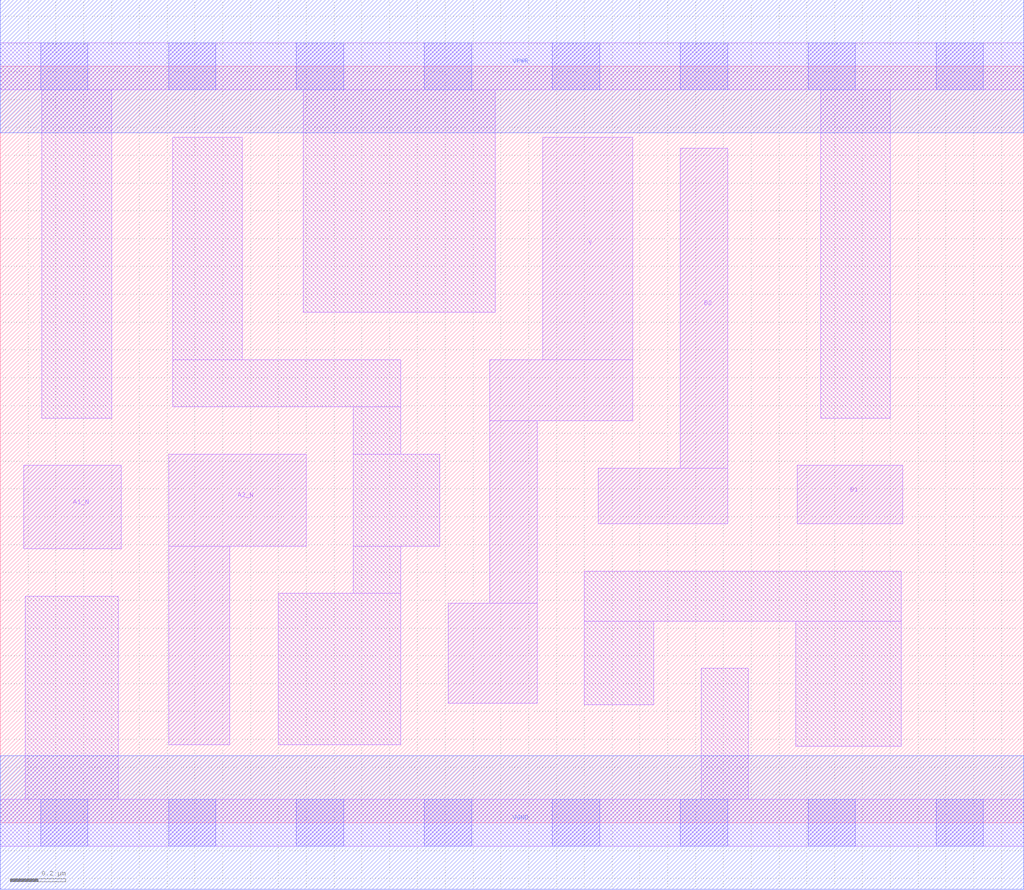
<source format=lef>
# Copyright 2020 The SkyWater PDK Authors
#
# Licensed under the Apache License, Version 2.0 (the "License");
# you may not use this file except in compliance with the License.
# You may obtain a copy of the License at
#
#     https://www.apache.org/licenses/LICENSE-2.0
#
# Unless required by applicable law or agreed to in writing, software
# distributed under the License is distributed on an "AS IS" BASIS,
# WITHOUT WARRANTIES OR CONDITIONS OF ANY KIND, either express or implied.
# See the License for the specific language governing permissions and
# limitations under the License.
#
# SPDX-License-Identifier: Apache-2.0

VERSION 5.7 ;
  NOWIREEXTENSIONATPIN ON ;
  DIVIDERCHAR "/" ;
  BUSBITCHARS "[]" ;
UNITS
  DATABASE MICRONS 200 ;
END UNITS
PROPERTYDEFINITIONS
  MACRO maskLayoutSubType STRING ;
  MACRO prCellType STRING ;
  MACRO originalViewName STRING ;
END PROPERTYDEFINITIONS
MACRO sky130_fd_sc_hdll__o2bb2ai_1
  CLASS CORE ;
  FOREIGN sky130_fd_sc_hdll__o2bb2ai_1 ;
  ORIGIN  0.000000  0.000000 ;
  SIZE  3.680000 BY  2.720000 ;
  SYMMETRY X Y R90 ;
  SITE unithd ;
  PIN A1_N
    ANTENNAGATEAREA  0.277500 ;
    DIRECTION INPUT ;
    USE SIGNAL ;
    PORT
      LAYER li1 ;
        RECT 0.085000 0.985000 0.435000 1.285000 ;
    END
  END A1_N
  PIN A2_N
    ANTENNAGATEAREA  0.277500 ;
    DIRECTION INPUT ;
    USE SIGNAL ;
    PORT
      LAYER li1 ;
        RECT 0.605000 0.280000 0.825000 0.995000 ;
        RECT 0.605000 0.995000 1.100000 1.325000 ;
    END
  END A2_N
  PIN B1
    ANTENNAGATEAREA  0.277500 ;
    DIRECTION INPUT ;
    USE SIGNAL ;
    PORT
      LAYER li1 ;
        RECT 2.865000 1.075000 3.245000 1.285000 ;
    END
  END B1
  PIN B2
    ANTENNAGATEAREA  0.277500 ;
    DIRECTION INPUT ;
    USE SIGNAL ;
    PORT
      LAYER li1 ;
        RECT 2.150000 1.075000 2.615000 1.275000 ;
        RECT 2.445000 1.275000 2.615000 2.425000 ;
    END
  END B2
  PIN Y
    ANTENNADIFFAREA  0.485500 ;
    DIRECTION OUTPUT ;
    USE SIGNAL ;
    PORT
      LAYER li1 ;
        RECT 1.610000 0.430000 1.930000 0.790000 ;
        RECT 1.760000 0.790000 1.930000 1.445000 ;
        RECT 1.760000 1.445000 2.275000 1.665000 ;
        RECT 1.950000 1.665000 2.275000 2.465000 ;
    END
  END Y
  PIN VGND
    DIRECTION INOUT ;
    USE GROUND ;
    PORT
      LAYER met1 ;
        RECT 0.000000 -0.240000 3.680000 0.240000 ;
    END
  END VGND
  PIN VPWR
    DIRECTION INOUT ;
    USE POWER ;
    PORT
      LAYER met1 ;
        RECT 0.000000 2.480000 3.680000 2.960000 ;
    END
  END VPWR
  OBS
    LAYER li1 ;
      RECT 0.000000 -0.085000 3.680000 0.085000 ;
      RECT 0.000000  2.635000 3.680000 2.805000 ;
      RECT 0.090000  0.085000 0.425000 0.815000 ;
      RECT 0.150000  1.455000 0.400000 2.635000 ;
      RECT 0.620000  1.495000 1.440000 1.665000 ;
      RECT 0.620000  1.665000 0.870000 2.465000 ;
      RECT 1.000000  0.280000 1.440000 0.825000 ;
      RECT 1.090000  1.835000 1.780000 2.635000 ;
      RECT 1.270000  0.825000 1.440000 0.995000 ;
      RECT 1.270000  0.995000 1.580000 1.325000 ;
      RECT 1.270000  1.325000 1.440000 1.495000 ;
      RECT 2.100000  0.425000 2.350000 0.725000 ;
      RECT 2.100000  0.725000 3.240000 0.905000 ;
      RECT 2.520000  0.085000 2.690000 0.555000 ;
      RECT 2.860000  0.275000 3.240000 0.725000 ;
      RECT 2.950000  1.455000 3.200000 2.635000 ;
    LAYER mcon ;
      RECT 0.145000 -0.085000 0.315000 0.085000 ;
      RECT 0.145000  2.635000 0.315000 2.805000 ;
      RECT 0.605000 -0.085000 0.775000 0.085000 ;
      RECT 0.605000  2.635000 0.775000 2.805000 ;
      RECT 1.065000 -0.085000 1.235000 0.085000 ;
      RECT 1.065000  2.635000 1.235000 2.805000 ;
      RECT 1.525000 -0.085000 1.695000 0.085000 ;
      RECT 1.525000  2.635000 1.695000 2.805000 ;
      RECT 1.985000 -0.085000 2.155000 0.085000 ;
      RECT 1.985000  2.635000 2.155000 2.805000 ;
      RECT 2.445000 -0.085000 2.615000 0.085000 ;
      RECT 2.445000  2.635000 2.615000 2.805000 ;
      RECT 2.905000 -0.085000 3.075000 0.085000 ;
      RECT 2.905000  2.635000 3.075000 2.805000 ;
      RECT 3.365000 -0.085000 3.535000 0.085000 ;
      RECT 3.365000  2.635000 3.535000 2.805000 ;
  END
  PROPERTY maskLayoutSubType "abstract" ;
  PROPERTY prCellType "standard" ;
  PROPERTY originalViewName "layout" ;
END sky130_fd_sc_hdll__o2bb2ai_1
END LIBRARY

</source>
